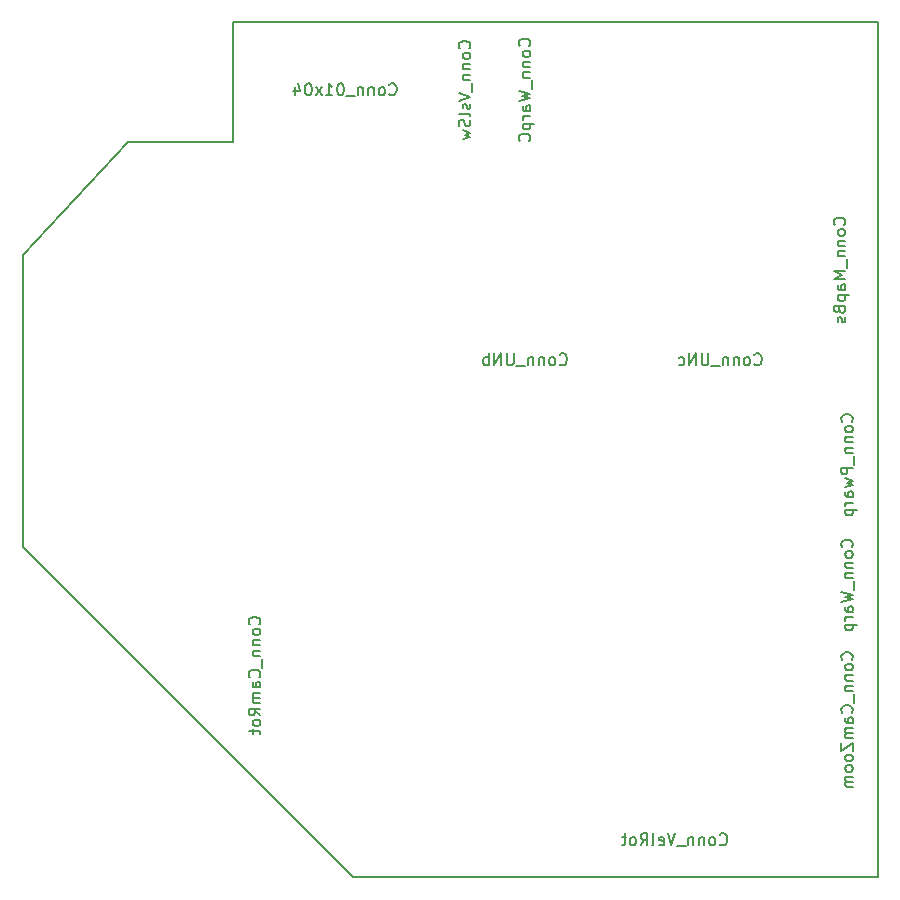
<source format=gbr>
G04 #@! TF.GenerationSoftware,KiCad,Pcbnew,(5.0.1)-4*
G04 #@! TF.CreationDate,2019-02-10T23:31:26-08:00*
G04 #@! TF.ProjectId,ThrottleControl,5468726F74746C65436F6E74726F6C2E,rev?*
G04 #@! TF.SameCoordinates,Original*
G04 #@! TF.FileFunction,Legend,Bot*
G04 #@! TF.FilePolarity,Positive*
%FSLAX46Y46*%
G04 Gerber Fmt 4.6, Leading zero omitted, Abs format (unit mm)*
G04 Created by KiCad (PCBNEW (5.0.1)-4) date 2/10/2019 11:31:26 PM*
%MOMM*%
%LPD*%
G01*
G04 APERTURE LIST*
%ADD10C,0.200000*%
%ADD11C,0.150000*%
G04 APERTURE END LIST*
D10*
X178435000Y-117475000D02*
X178435000Y-45085000D01*
X133985000Y-117475000D02*
X178435000Y-117475000D01*
X106045000Y-89535000D02*
X133985000Y-117475000D01*
X106045000Y-64770000D02*
X106045000Y-89535000D01*
X114935000Y-55245000D02*
X106045000Y-64770000D01*
X123825000Y-55245000D02*
X114935000Y-55245000D01*
X123825000Y-45085000D02*
X123825000Y-55245000D01*
X178435000Y-45085000D02*
X123825000Y-45085000D01*
G04 #@! TO.C,J2*
D11*
X176252142Y-89495714D02*
X176299761Y-89448095D01*
X176347380Y-89305238D01*
X176347380Y-89210000D01*
X176299761Y-89067142D01*
X176204523Y-88971904D01*
X176109285Y-88924285D01*
X175918809Y-88876666D01*
X175775952Y-88876666D01*
X175585476Y-88924285D01*
X175490238Y-88971904D01*
X175395000Y-89067142D01*
X175347380Y-89210000D01*
X175347380Y-89305238D01*
X175395000Y-89448095D01*
X175442619Y-89495714D01*
X176347380Y-90067142D02*
X176299761Y-89971904D01*
X176252142Y-89924285D01*
X176156904Y-89876666D01*
X175871190Y-89876666D01*
X175775952Y-89924285D01*
X175728333Y-89971904D01*
X175680714Y-90067142D01*
X175680714Y-90210000D01*
X175728333Y-90305238D01*
X175775952Y-90352857D01*
X175871190Y-90400476D01*
X176156904Y-90400476D01*
X176252142Y-90352857D01*
X176299761Y-90305238D01*
X176347380Y-90210000D01*
X176347380Y-90067142D01*
X175680714Y-90829047D02*
X176347380Y-90829047D01*
X175775952Y-90829047D02*
X175728333Y-90876666D01*
X175680714Y-90971904D01*
X175680714Y-91114761D01*
X175728333Y-91210000D01*
X175823571Y-91257619D01*
X176347380Y-91257619D01*
X175680714Y-91733809D02*
X176347380Y-91733809D01*
X175775952Y-91733809D02*
X175728333Y-91781428D01*
X175680714Y-91876666D01*
X175680714Y-92019523D01*
X175728333Y-92114761D01*
X175823571Y-92162380D01*
X176347380Y-92162380D01*
X176442619Y-92400476D02*
X176442619Y-93162380D01*
X175347380Y-93305238D02*
X176347380Y-93543333D01*
X175633095Y-93733809D01*
X176347380Y-93924285D01*
X175347380Y-94162380D01*
X176347380Y-94971904D02*
X175823571Y-94971904D01*
X175728333Y-94924285D01*
X175680714Y-94829047D01*
X175680714Y-94638571D01*
X175728333Y-94543333D01*
X176299761Y-94971904D02*
X176347380Y-94876666D01*
X176347380Y-94638571D01*
X176299761Y-94543333D01*
X176204523Y-94495714D01*
X176109285Y-94495714D01*
X176014047Y-94543333D01*
X175966428Y-94638571D01*
X175966428Y-94876666D01*
X175918809Y-94971904D01*
X176347380Y-95448095D02*
X175680714Y-95448095D01*
X175871190Y-95448095D02*
X175775952Y-95495714D01*
X175728333Y-95543333D01*
X175680714Y-95638571D01*
X175680714Y-95733809D01*
X175680714Y-96067142D02*
X176680714Y-96067142D01*
X175728333Y-96067142D02*
X175680714Y-96162380D01*
X175680714Y-96352857D01*
X175728333Y-96448095D01*
X175775952Y-96495714D01*
X175871190Y-96543333D01*
X176156904Y-96543333D01*
X176252142Y-96495714D01*
X176299761Y-96448095D01*
X176347380Y-96352857D01*
X176347380Y-96162380D01*
X176299761Y-96067142D01*
G04 #@! TO.C,J3*
X176252142Y-78883333D02*
X176299761Y-78835714D01*
X176347380Y-78692857D01*
X176347380Y-78597619D01*
X176299761Y-78454761D01*
X176204523Y-78359523D01*
X176109285Y-78311904D01*
X175918809Y-78264285D01*
X175775952Y-78264285D01*
X175585476Y-78311904D01*
X175490238Y-78359523D01*
X175395000Y-78454761D01*
X175347380Y-78597619D01*
X175347380Y-78692857D01*
X175395000Y-78835714D01*
X175442619Y-78883333D01*
X176347380Y-79454761D02*
X176299761Y-79359523D01*
X176252142Y-79311904D01*
X176156904Y-79264285D01*
X175871190Y-79264285D01*
X175775952Y-79311904D01*
X175728333Y-79359523D01*
X175680714Y-79454761D01*
X175680714Y-79597619D01*
X175728333Y-79692857D01*
X175775952Y-79740476D01*
X175871190Y-79788095D01*
X176156904Y-79788095D01*
X176252142Y-79740476D01*
X176299761Y-79692857D01*
X176347380Y-79597619D01*
X176347380Y-79454761D01*
X175680714Y-80216666D02*
X176347380Y-80216666D01*
X175775952Y-80216666D02*
X175728333Y-80264285D01*
X175680714Y-80359523D01*
X175680714Y-80502380D01*
X175728333Y-80597619D01*
X175823571Y-80645238D01*
X176347380Y-80645238D01*
X175680714Y-81121428D02*
X176347380Y-81121428D01*
X175775952Y-81121428D02*
X175728333Y-81169047D01*
X175680714Y-81264285D01*
X175680714Y-81407142D01*
X175728333Y-81502380D01*
X175823571Y-81550000D01*
X176347380Y-81550000D01*
X176442619Y-81788095D02*
X176442619Y-82550000D01*
X176347380Y-82788095D02*
X175347380Y-82788095D01*
X175347380Y-83169047D01*
X175395000Y-83264285D01*
X175442619Y-83311904D01*
X175537857Y-83359523D01*
X175680714Y-83359523D01*
X175775952Y-83311904D01*
X175823571Y-83264285D01*
X175871190Y-83169047D01*
X175871190Y-82788095D01*
X175680714Y-83692857D02*
X176347380Y-83883333D01*
X175871190Y-84073809D01*
X176347380Y-84264285D01*
X175680714Y-84454761D01*
X176347380Y-85264285D02*
X175823571Y-85264285D01*
X175728333Y-85216666D01*
X175680714Y-85121428D01*
X175680714Y-84930952D01*
X175728333Y-84835714D01*
X176299761Y-85264285D02*
X176347380Y-85169047D01*
X176347380Y-84930952D01*
X176299761Y-84835714D01*
X176204523Y-84788095D01*
X176109285Y-84788095D01*
X176014047Y-84835714D01*
X175966428Y-84930952D01*
X175966428Y-85169047D01*
X175918809Y-85264285D01*
X176347380Y-85740476D02*
X175680714Y-85740476D01*
X175871190Y-85740476D02*
X175775952Y-85788095D01*
X175728333Y-85835714D01*
X175680714Y-85930952D01*
X175680714Y-86026190D01*
X175680714Y-86359523D02*
X176680714Y-86359523D01*
X175728333Y-86359523D02*
X175680714Y-86454761D01*
X175680714Y-86645238D01*
X175728333Y-86740476D01*
X175775952Y-86788095D01*
X175871190Y-86835714D01*
X176156904Y-86835714D01*
X176252142Y-86788095D01*
X176299761Y-86740476D01*
X176347380Y-86645238D01*
X176347380Y-86454761D01*
X176299761Y-86359523D01*
G04 #@! TO.C,J4*
X176252142Y-99044761D02*
X176299761Y-98997142D01*
X176347380Y-98854285D01*
X176347380Y-98759047D01*
X176299761Y-98616190D01*
X176204523Y-98520952D01*
X176109285Y-98473333D01*
X175918809Y-98425714D01*
X175775952Y-98425714D01*
X175585476Y-98473333D01*
X175490238Y-98520952D01*
X175395000Y-98616190D01*
X175347380Y-98759047D01*
X175347380Y-98854285D01*
X175395000Y-98997142D01*
X175442619Y-99044761D01*
X176347380Y-99616190D02*
X176299761Y-99520952D01*
X176252142Y-99473333D01*
X176156904Y-99425714D01*
X175871190Y-99425714D01*
X175775952Y-99473333D01*
X175728333Y-99520952D01*
X175680714Y-99616190D01*
X175680714Y-99759047D01*
X175728333Y-99854285D01*
X175775952Y-99901904D01*
X175871190Y-99949523D01*
X176156904Y-99949523D01*
X176252142Y-99901904D01*
X176299761Y-99854285D01*
X176347380Y-99759047D01*
X176347380Y-99616190D01*
X175680714Y-100378095D02*
X176347380Y-100378095D01*
X175775952Y-100378095D02*
X175728333Y-100425714D01*
X175680714Y-100520952D01*
X175680714Y-100663809D01*
X175728333Y-100759047D01*
X175823571Y-100806666D01*
X176347380Y-100806666D01*
X175680714Y-101282857D02*
X176347380Y-101282857D01*
X175775952Y-101282857D02*
X175728333Y-101330476D01*
X175680714Y-101425714D01*
X175680714Y-101568571D01*
X175728333Y-101663809D01*
X175823571Y-101711428D01*
X176347380Y-101711428D01*
X176442619Y-101949523D02*
X176442619Y-102711428D01*
X176252142Y-103520952D02*
X176299761Y-103473333D01*
X176347380Y-103330476D01*
X176347380Y-103235238D01*
X176299761Y-103092380D01*
X176204523Y-102997142D01*
X176109285Y-102949523D01*
X175918809Y-102901904D01*
X175775952Y-102901904D01*
X175585476Y-102949523D01*
X175490238Y-102997142D01*
X175395000Y-103092380D01*
X175347380Y-103235238D01*
X175347380Y-103330476D01*
X175395000Y-103473333D01*
X175442619Y-103520952D01*
X176347380Y-104378095D02*
X175823571Y-104378095D01*
X175728333Y-104330476D01*
X175680714Y-104235238D01*
X175680714Y-104044761D01*
X175728333Y-103949523D01*
X176299761Y-104378095D02*
X176347380Y-104282857D01*
X176347380Y-104044761D01*
X176299761Y-103949523D01*
X176204523Y-103901904D01*
X176109285Y-103901904D01*
X176014047Y-103949523D01*
X175966428Y-104044761D01*
X175966428Y-104282857D01*
X175918809Y-104378095D01*
X176347380Y-104854285D02*
X175680714Y-104854285D01*
X175775952Y-104854285D02*
X175728333Y-104901904D01*
X175680714Y-104997142D01*
X175680714Y-105140000D01*
X175728333Y-105235238D01*
X175823571Y-105282857D01*
X176347380Y-105282857D01*
X175823571Y-105282857D02*
X175728333Y-105330476D01*
X175680714Y-105425714D01*
X175680714Y-105568571D01*
X175728333Y-105663809D01*
X175823571Y-105711428D01*
X176347380Y-105711428D01*
X175347380Y-106092380D02*
X175347380Y-106759047D01*
X176347380Y-106092380D01*
X176347380Y-106759047D01*
X176347380Y-107282857D02*
X176299761Y-107187619D01*
X176252142Y-107140000D01*
X176156904Y-107092380D01*
X175871190Y-107092380D01*
X175775952Y-107140000D01*
X175728333Y-107187619D01*
X175680714Y-107282857D01*
X175680714Y-107425714D01*
X175728333Y-107520952D01*
X175775952Y-107568571D01*
X175871190Y-107616190D01*
X176156904Y-107616190D01*
X176252142Y-107568571D01*
X176299761Y-107520952D01*
X176347380Y-107425714D01*
X176347380Y-107282857D01*
X176347380Y-108187619D02*
X176299761Y-108092380D01*
X176252142Y-108044761D01*
X176156904Y-107997142D01*
X175871190Y-107997142D01*
X175775952Y-108044761D01*
X175728333Y-108092380D01*
X175680714Y-108187619D01*
X175680714Y-108330476D01*
X175728333Y-108425714D01*
X175775952Y-108473333D01*
X175871190Y-108520952D01*
X176156904Y-108520952D01*
X176252142Y-108473333D01*
X176299761Y-108425714D01*
X176347380Y-108330476D01*
X176347380Y-108187619D01*
X176347380Y-108949523D02*
X175680714Y-108949523D01*
X175775952Y-108949523D02*
X175728333Y-108997142D01*
X175680714Y-109092380D01*
X175680714Y-109235238D01*
X175728333Y-109330476D01*
X175823571Y-109378095D01*
X176347380Y-109378095D01*
X175823571Y-109378095D02*
X175728333Y-109425714D01*
X175680714Y-109520952D01*
X175680714Y-109663809D01*
X175728333Y-109759047D01*
X175823571Y-109806666D01*
X176347380Y-109806666D01*
G04 #@! TO.C,J5*
X165075714Y-114657142D02*
X165123333Y-114704761D01*
X165266190Y-114752380D01*
X165361428Y-114752380D01*
X165504285Y-114704761D01*
X165599523Y-114609523D01*
X165647142Y-114514285D01*
X165694761Y-114323809D01*
X165694761Y-114180952D01*
X165647142Y-113990476D01*
X165599523Y-113895238D01*
X165504285Y-113800000D01*
X165361428Y-113752380D01*
X165266190Y-113752380D01*
X165123333Y-113800000D01*
X165075714Y-113847619D01*
X164504285Y-114752380D02*
X164599523Y-114704761D01*
X164647142Y-114657142D01*
X164694761Y-114561904D01*
X164694761Y-114276190D01*
X164647142Y-114180952D01*
X164599523Y-114133333D01*
X164504285Y-114085714D01*
X164361428Y-114085714D01*
X164266190Y-114133333D01*
X164218571Y-114180952D01*
X164170952Y-114276190D01*
X164170952Y-114561904D01*
X164218571Y-114657142D01*
X164266190Y-114704761D01*
X164361428Y-114752380D01*
X164504285Y-114752380D01*
X163742380Y-114085714D02*
X163742380Y-114752380D01*
X163742380Y-114180952D02*
X163694761Y-114133333D01*
X163599523Y-114085714D01*
X163456666Y-114085714D01*
X163361428Y-114133333D01*
X163313809Y-114228571D01*
X163313809Y-114752380D01*
X162837619Y-114085714D02*
X162837619Y-114752380D01*
X162837619Y-114180952D02*
X162790000Y-114133333D01*
X162694761Y-114085714D01*
X162551904Y-114085714D01*
X162456666Y-114133333D01*
X162409047Y-114228571D01*
X162409047Y-114752380D01*
X162170952Y-114847619D02*
X161409047Y-114847619D01*
X161313809Y-113752380D02*
X160980476Y-114752380D01*
X160647142Y-113752380D01*
X159932857Y-114704761D02*
X160028095Y-114752380D01*
X160218571Y-114752380D01*
X160313809Y-114704761D01*
X160361428Y-114609523D01*
X160361428Y-114228571D01*
X160313809Y-114133333D01*
X160218571Y-114085714D01*
X160028095Y-114085714D01*
X159932857Y-114133333D01*
X159885238Y-114228571D01*
X159885238Y-114323809D01*
X160361428Y-114419047D01*
X159313809Y-114752380D02*
X159409047Y-114704761D01*
X159456666Y-114609523D01*
X159456666Y-113752380D01*
X158361428Y-114752380D02*
X158694761Y-114276190D01*
X158932857Y-114752380D02*
X158932857Y-113752380D01*
X158551904Y-113752380D01*
X158456666Y-113800000D01*
X158409047Y-113847619D01*
X158361428Y-113942857D01*
X158361428Y-114085714D01*
X158409047Y-114180952D01*
X158456666Y-114228571D01*
X158551904Y-114276190D01*
X158932857Y-114276190D01*
X157790000Y-114752380D02*
X157885238Y-114704761D01*
X157932857Y-114657142D01*
X157980476Y-114561904D01*
X157980476Y-114276190D01*
X157932857Y-114180952D01*
X157885238Y-114133333D01*
X157790000Y-114085714D01*
X157647142Y-114085714D01*
X157551904Y-114133333D01*
X157504285Y-114180952D01*
X157456666Y-114276190D01*
X157456666Y-114561904D01*
X157504285Y-114657142D01*
X157551904Y-114704761D01*
X157647142Y-114752380D01*
X157790000Y-114752380D01*
X157170952Y-114085714D02*
X156790000Y-114085714D01*
X157028095Y-113752380D02*
X157028095Y-114609523D01*
X156980476Y-114704761D01*
X156885238Y-114752380D01*
X156790000Y-114752380D01*
G04 #@! TO.C,J6*
X126087142Y-96044285D02*
X126134761Y-95996666D01*
X126182380Y-95853809D01*
X126182380Y-95758571D01*
X126134761Y-95615714D01*
X126039523Y-95520476D01*
X125944285Y-95472857D01*
X125753809Y-95425238D01*
X125610952Y-95425238D01*
X125420476Y-95472857D01*
X125325238Y-95520476D01*
X125230000Y-95615714D01*
X125182380Y-95758571D01*
X125182380Y-95853809D01*
X125230000Y-95996666D01*
X125277619Y-96044285D01*
X126182380Y-96615714D02*
X126134761Y-96520476D01*
X126087142Y-96472857D01*
X125991904Y-96425238D01*
X125706190Y-96425238D01*
X125610952Y-96472857D01*
X125563333Y-96520476D01*
X125515714Y-96615714D01*
X125515714Y-96758571D01*
X125563333Y-96853809D01*
X125610952Y-96901428D01*
X125706190Y-96949047D01*
X125991904Y-96949047D01*
X126087142Y-96901428D01*
X126134761Y-96853809D01*
X126182380Y-96758571D01*
X126182380Y-96615714D01*
X125515714Y-97377619D02*
X126182380Y-97377619D01*
X125610952Y-97377619D02*
X125563333Y-97425238D01*
X125515714Y-97520476D01*
X125515714Y-97663333D01*
X125563333Y-97758571D01*
X125658571Y-97806190D01*
X126182380Y-97806190D01*
X125515714Y-98282380D02*
X126182380Y-98282380D01*
X125610952Y-98282380D02*
X125563333Y-98330000D01*
X125515714Y-98425238D01*
X125515714Y-98568095D01*
X125563333Y-98663333D01*
X125658571Y-98710952D01*
X126182380Y-98710952D01*
X126277619Y-98949047D02*
X126277619Y-99710952D01*
X126087142Y-100520476D02*
X126134761Y-100472857D01*
X126182380Y-100330000D01*
X126182380Y-100234761D01*
X126134761Y-100091904D01*
X126039523Y-99996666D01*
X125944285Y-99949047D01*
X125753809Y-99901428D01*
X125610952Y-99901428D01*
X125420476Y-99949047D01*
X125325238Y-99996666D01*
X125230000Y-100091904D01*
X125182380Y-100234761D01*
X125182380Y-100330000D01*
X125230000Y-100472857D01*
X125277619Y-100520476D01*
X126182380Y-101377619D02*
X125658571Y-101377619D01*
X125563333Y-101330000D01*
X125515714Y-101234761D01*
X125515714Y-101044285D01*
X125563333Y-100949047D01*
X126134761Y-101377619D02*
X126182380Y-101282380D01*
X126182380Y-101044285D01*
X126134761Y-100949047D01*
X126039523Y-100901428D01*
X125944285Y-100901428D01*
X125849047Y-100949047D01*
X125801428Y-101044285D01*
X125801428Y-101282380D01*
X125753809Y-101377619D01*
X126182380Y-101853809D02*
X125515714Y-101853809D01*
X125610952Y-101853809D02*
X125563333Y-101901428D01*
X125515714Y-101996666D01*
X125515714Y-102139523D01*
X125563333Y-102234761D01*
X125658571Y-102282380D01*
X126182380Y-102282380D01*
X125658571Y-102282380D02*
X125563333Y-102330000D01*
X125515714Y-102425238D01*
X125515714Y-102568095D01*
X125563333Y-102663333D01*
X125658571Y-102710952D01*
X126182380Y-102710952D01*
X126182380Y-103758571D02*
X125706190Y-103425238D01*
X126182380Y-103187142D02*
X125182380Y-103187142D01*
X125182380Y-103568095D01*
X125230000Y-103663333D01*
X125277619Y-103710952D01*
X125372857Y-103758571D01*
X125515714Y-103758571D01*
X125610952Y-103710952D01*
X125658571Y-103663333D01*
X125706190Y-103568095D01*
X125706190Y-103187142D01*
X126182380Y-104330000D02*
X126134761Y-104234761D01*
X126087142Y-104187142D01*
X125991904Y-104139523D01*
X125706190Y-104139523D01*
X125610952Y-104187142D01*
X125563333Y-104234761D01*
X125515714Y-104330000D01*
X125515714Y-104472857D01*
X125563333Y-104568095D01*
X125610952Y-104615714D01*
X125706190Y-104663333D01*
X125991904Y-104663333D01*
X126087142Y-104615714D01*
X126134761Y-104568095D01*
X126182380Y-104472857D01*
X126182380Y-104330000D01*
X125515714Y-104949047D02*
X125515714Y-105330000D01*
X125182380Y-105091904D02*
X126039523Y-105091904D01*
X126134761Y-105139523D01*
X126182380Y-105234761D01*
X126182380Y-105330000D01*
G04 #@! TO.C,J8*
X151518571Y-74017142D02*
X151566190Y-74064761D01*
X151709047Y-74112380D01*
X151804285Y-74112380D01*
X151947142Y-74064761D01*
X152042380Y-73969523D01*
X152090000Y-73874285D01*
X152137619Y-73683809D01*
X152137619Y-73540952D01*
X152090000Y-73350476D01*
X152042380Y-73255238D01*
X151947142Y-73160000D01*
X151804285Y-73112380D01*
X151709047Y-73112380D01*
X151566190Y-73160000D01*
X151518571Y-73207619D01*
X150947142Y-74112380D02*
X151042380Y-74064761D01*
X151090000Y-74017142D01*
X151137619Y-73921904D01*
X151137619Y-73636190D01*
X151090000Y-73540952D01*
X151042380Y-73493333D01*
X150947142Y-73445714D01*
X150804285Y-73445714D01*
X150709047Y-73493333D01*
X150661428Y-73540952D01*
X150613809Y-73636190D01*
X150613809Y-73921904D01*
X150661428Y-74017142D01*
X150709047Y-74064761D01*
X150804285Y-74112380D01*
X150947142Y-74112380D01*
X150185238Y-73445714D02*
X150185238Y-74112380D01*
X150185238Y-73540952D02*
X150137619Y-73493333D01*
X150042380Y-73445714D01*
X149899523Y-73445714D01*
X149804285Y-73493333D01*
X149756666Y-73588571D01*
X149756666Y-74112380D01*
X149280476Y-73445714D02*
X149280476Y-74112380D01*
X149280476Y-73540952D02*
X149232857Y-73493333D01*
X149137619Y-73445714D01*
X148994761Y-73445714D01*
X148899523Y-73493333D01*
X148851904Y-73588571D01*
X148851904Y-74112380D01*
X148613809Y-74207619D02*
X147851904Y-74207619D01*
X147613809Y-73112380D02*
X147613809Y-73921904D01*
X147566190Y-74017142D01*
X147518571Y-74064761D01*
X147423333Y-74112380D01*
X147232857Y-74112380D01*
X147137619Y-74064761D01*
X147090000Y-74017142D01*
X147042380Y-73921904D01*
X147042380Y-73112380D01*
X146566190Y-74112380D02*
X146566190Y-73112380D01*
X145994761Y-74112380D01*
X145994761Y-73112380D01*
X145518571Y-74112380D02*
X145518571Y-73112380D01*
X145518571Y-73493333D02*
X145423333Y-73445714D01*
X145232857Y-73445714D01*
X145137619Y-73493333D01*
X145090000Y-73540952D01*
X145042380Y-73636190D01*
X145042380Y-73921904D01*
X145090000Y-74017142D01*
X145137619Y-74064761D01*
X145232857Y-74112380D01*
X145423333Y-74112380D01*
X145518571Y-74064761D01*
G04 #@! TO.C,J9*
X168004761Y-74017142D02*
X168052380Y-74064761D01*
X168195238Y-74112380D01*
X168290476Y-74112380D01*
X168433333Y-74064761D01*
X168528571Y-73969523D01*
X168576190Y-73874285D01*
X168623809Y-73683809D01*
X168623809Y-73540952D01*
X168576190Y-73350476D01*
X168528571Y-73255238D01*
X168433333Y-73160000D01*
X168290476Y-73112380D01*
X168195238Y-73112380D01*
X168052380Y-73160000D01*
X168004761Y-73207619D01*
X167433333Y-74112380D02*
X167528571Y-74064761D01*
X167576190Y-74017142D01*
X167623809Y-73921904D01*
X167623809Y-73636190D01*
X167576190Y-73540952D01*
X167528571Y-73493333D01*
X167433333Y-73445714D01*
X167290476Y-73445714D01*
X167195238Y-73493333D01*
X167147619Y-73540952D01*
X167100000Y-73636190D01*
X167100000Y-73921904D01*
X167147619Y-74017142D01*
X167195238Y-74064761D01*
X167290476Y-74112380D01*
X167433333Y-74112380D01*
X166671428Y-73445714D02*
X166671428Y-74112380D01*
X166671428Y-73540952D02*
X166623809Y-73493333D01*
X166528571Y-73445714D01*
X166385714Y-73445714D01*
X166290476Y-73493333D01*
X166242857Y-73588571D01*
X166242857Y-74112380D01*
X165766666Y-73445714D02*
X165766666Y-74112380D01*
X165766666Y-73540952D02*
X165719047Y-73493333D01*
X165623809Y-73445714D01*
X165480952Y-73445714D01*
X165385714Y-73493333D01*
X165338095Y-73588571D01*
X165338095Y-74112380D01*
X165100000Y-74207619D02*
X164338095Y-74207619D01*
X164100000Y-73112380D02*
X164100000Y-73921904D01*
X164052380Y-74017142D01*
X164004761Y-74064761D01*
X163909523Y-74112380D01*
X163719047Y-74112380D01*
X163623809Y-74064761D01*
X163576190Y-74017142D01*
X163528571Y-73921904D01*
X163528571Y-73112380D01*
X163052380Y-74112380D02*
X163052380Y-73112380D01*
X162480952Y-74112380D01*
X162480952Y-73112380D01*
X161576190Y-74064761D02*
X161671428Y-74112380D01*
X161861904Y-74112380D01*
X161957142Y-74064761D01*
X162004761Y-74017142D01*
X162052380Y-73921904D01*
X162052380Y-73636190D01*
X162004761Y-73540952D01*
X161957142Y-73493333D01*
X161861904Y-73445714D01*
X161671428Y-73445714D01*
X161576190Y-73493333D01*
G04 #@! TO.C,J10*
X175617142Y-62230476D02*
X175664761Y-62182857D01*
X175712380Y-62040000D01*
X175712380Y-61944761D01*
X175664761Y-61801904D01*
X175569523Y-61706666D01*
X175474285Y-61659047D01*
X175283809Y-61611428D01*
X175140952Y-61611428D01*
X174950476Y-61659047D01*
X174855238Y-61706666D01*
X174760000Y-61801904D01*
X174712380Y-61944761D01*
X174712380Y-62040000D01*
X174760000Y-62182857D01*
X174807619Y-62230476D01*
X175712380Y-62801904D02*
X175664761Y-62706666D01*
X175617142Y-62659047D01*
X175521904Y-62611428D01*
X175236190Y-62611428D01*
X175140952Y-62659047D01*
X175093333Y-62706666D01*
X175045714Y-62801904D01*
X175045714Y-62944761D01*
X175093333Y-63040000D01*
X175140952Y-63087619D01*
X175236190Y-63135238D01*
X175521904Y-63135238D01*
X175617142Y-63087619D01*
X175664761Y-63040000D01*
X175712380Y-62944761D01*
X175712380Y-62801904D01*
X175045714Y-63563809D02*
X175712380Y-63563809D01*
X175140952Y-63563809D02*
X175093333Y-63611428D01*
X175045714Y-63706666D01*
X175045714Y-63849523D01*
X175093333Y-63944761D01*
X175188571Y-63992380D01*
X175712380Y-63992380D01*
X175045714Y-64468571D02*
X175712380Y-64468571D01*
X175140952Y-64468571D02*
X175093333Y-64516190D01*
X175045714Y-64611428D01*
X175045714Y-64754285D01*
X175093333Y-64849523D01*
X175188571Y-64897142D01*
X175712380Y-64897142D01*
X175807619Y-65135238D02*
X175807619Y-65897142D01*
X175712380Y-66135238D02*
X174712380Y-66135238D01*
X175426666Y-66468571D01*
X174712380Y-66801904D01*
X175712380Y-66801904D01*
X175712380Y-67706666D02*
X175188571Y-67706666D01*
X175093333Y-67659047D01*
X175045714Y-67563809D01*
X175045714Y-67373333D01*
X175093333Y-67278095D01*
X175664761Y-67706666D02*
X175712380Y-67611428D01*
X175712380Y-67373333D01*
X175664761Y-67278095D01*
X175569523Y-67230476D01*
X175474285Y-67230476D01*
X175379047Y-67278095D01*
X175331428Y-67373333D01*
X175331428Y-67611428D01*
X175283809Y-67706666D01*
X175045714Y-68182857D02*
X176045714Y-68182857D01*
X175093333Y-68182857D02*
X175045714Y-68278095D01*
X175045714Y-68468571D01*
X175093333Y-68563809D01*
X175140952Y-68611428D01*
X175236190Y-68659047D01*
X175521904Y-68659047D01*
X175617142Y-68611428D01*
X175664761Y-68563809D01*
X175712380Y-68468571D01*
X175712380Y-68278095D01*
X175664761Y-68182857D01*
X175188571Y-69420952D02*
X175236190Y-69563809D01*
X175283809Y-69611428D01*
X175379047Y-69659047D01*
X175521904Y-69659047D01*
X175617142Y-69611428D01*
X175664761Y-69563809D01*
X175712380Y-69468571D01*
X175712380Y-69087619D01*
X174712380Y-69087619D01*
X174712380Y-69420952D01*
X174760000Y-69516190D01*
X174807619Y-69563809D01*
X174902857Y-69611428D01*
X174998095Y-69611428D01*
X175093333Y-69563809D01*
X175140952Y-69516190D01*
X175188571Y-69420952D01*
X175188571Y-69087619D01*
X175664761Y-70040000D02*
X175712380Y-70135238D01*
X175712380Y-70325714D01*
X175664761Y-70420952D01*
X175569523Y-70468571D01*
X175521904Y-70468571D01*
X175426666Y-70420952D01*
X175379047Y-70325714D01*
X175379047Y-70182857D01*
X175331428Y-70087619D01*
X175236190Y-70040000D01*
X175188571Y-70040000D01*
X175093333Y-70087619D01*
X175045714Y-70182857D01*
X175045714Y-70325714D01*
X175093333Y-70420952D01*
G04 #@! TO.C,J11*
X143867142Y-47276190D02*
X143914761Y-47228571D01*
X143962380Y-47085714D01*
X143962380Y-46990476D01*
X143914761Y-46847619D01*
X143819523Y-46752380D01*
X143724285Y-46704761D01*
X143533809Y-46657142D01*
X143390952Y-46657142D01*
X143200476Y-46704761D01*
X143105238Y-46752380D01*
X143010000Y-46847619D01*
X142962380Y-46990476D01*
X142962380Y-47085714D01*
X143010000Y-47228571D01*
X143057619Y-47276190D01*
X143962380Y-47847619D02*
X143914761Y-47752380D01*
X143867142Y-47704761D01*
X143771904Y-47657142D01*
X143486190Y-47657142D01*
X143390952Y-47704761D01*
X143343333Y-47752380D01*
X143295714Y-47847619D01*
X143295714Y-47990476D01*
X143343333Y-48085714D01*
X143390952Y-48133333D01*
X143486190Y-48180952D01*
X143771904Y-48180952D01*
X143867142Y-48133333D01*
X143914761Y-48085714D01*
X143962380Y-47990476D01*
X143962380Y-47847619D01*
X143295714Y-48609523D02*
X143962380Y-48609523D01*
X143390952Y-48609523D02*
X143343333Y-48657142D01*
X143295714Y-48752380D01*
X143295714Y-48895238D01*
X143343333Y-48990476D01*
X143438571Y-49038095D01*
X143962380Y-49038095D01*
X143295714Y-49514285D02*
X143962380Y-49514285D01*
X143390952Y-49514285D02*
X143343333Y-49561904D01*
X143295714Y-49657142D01*
X143295714Y-49800000D01*
X143343333Y-49895238D01*
X143438571Y-49942857D01*
X143962380Y-49942857D01*
X144057619Y-50180952D02*
X144057619Y-50942857D01*
X142962380Y-51038095D02*
X143962380Y-51371428D01*
X142962380Y-51704761D01*
X143914761Y-51990476D02*
X143962380Y-52085714D01*
X143962380Y-52276190D01*
X143914761Y-52371428D01*
X143819523Y-52419047D01*
X143771904Y-52419047D01*
X143676666Y-52371428D01*
X143629047Y-52276190D01*
X143629047Y-52133333D01*
X143581428Y-52038095D01*
X143486190Y-51990476D01*
X143438571Y-51990476D01*
X143343333Y-52038095D01*
X143295714Y-52133333D01*
X143295714Y-52276190D01*
X143343333Y-52371428D01*
X143962380Y-52990476D02*
X143914761Y-52895238D01*
X143819523Y-52847619D01*
X142962380Y-52847619D01*
X143914761Y-53323809D02*
X143962380Y-53466666D01*
X143962380Y-53704761D01*
X143914761Y-53800000D01*
X143867142Y-53847619D01*
X143771904Y-53895238D01*
X143676666Y-53895238D01*
X143581428Y-53847619D01*
X143533809Y-53800000D01*
X143486190Y-53704761D01*
X143438571Y-53514285D01*
X143390952Y-53419047D01*
X143343333Y-53371428D01*
X143248095Y-53323809D01*
X143152857Y-53323809D01*
X143057619Y-53371428D01*
X143010000Y-53419047D01*
X142962380Y-53514285D01*
X142962380Y-53752380D01*
X143010000Y-53895238D01*
X143295714Y-54228571D02*
X143962380Y-54419047D01*
X143486190Y-54609523D01*
X143962380Y-54800000D01*
X143295714Y-54990476D01*
G04 #@! TO.C,J12*
X148947142Y-47085714D02*
X148994761Y-47038095D01*
X149042380Y-46895238D01*
X149042380Y-46800000D01*
X148994761Y-46657142D01*
X148899523Y-46561904D01*
X148804285Y-46514285D01*
X148613809Y-46466666D01*
X148470952Y-46466666D01*
X148280476Y-46514285D01*
X148185238Y-46561904D01*
X148090000Y-46657142D01*
X148042380Y-46800000D01*
X148042380Y-46895238D01*
X148090000Y-47038095D01*
X148137619Y-47085714D01*
X149042380Y-47657142D02*
X148994761Y-47561904D01*
X148947142Y-47514285D01*
X148851904Y-47466666D01*
X148566190Y-47466666D01*
X148470952Y-47514285D01*
X148423333Y-47561904D01*
X148375714Y-47657142D01*
X148375714Y-47800000D01*
X148423333Y-47895238D01*
X148470952Y-47942857D01*
X148566190Y-47990476D01*
X148851904Y-47990476D01*
X148947142Y-47942857D01*
X148994761Y-47895238D01*
X149042380Y-47800000D01*
X149042380Y-47657142D01*
X148375714Y-48419047D02*
X149042380Y-48419047D01*
X148470952Y-48419047D02*
X148423333Y-48466666D01*
X148375714Y-48561904D01*
X148375714Y-48704761D01*
X148423333Y-48800000D01*
X148518571Y-48847619D01*
X149042380Y-48847619D01*
X148375714Y-49323809D02*
X149042380Y-49323809D01*
X148470952Y-49323809D02*
X148423333Y-49371428D01*
X148375714Y-49466666D01*
X148375714Y-49609523D01*
X148423333Y-49704761D01*
X148518571Y-49752380D01*
X149042380Y-49752380D01*
X149137619Y-49990476D02*
X149137619Y-50752380D01*
X148042380Y-50895238D02*
X149042380Y-51133333D01*
X148328095Y-51323809D01*
X149042380Y-51514285D01*
X148042380Y-51752380D01*
X149042380Y-52561904D02*
X148518571Y-52561904D01*
X148423333Y-52514285D01*
X148375714Y-52419047D01*
X148375714Y-52228571D01*
X148423333Y-52133333D01*
X148994761Y-52561904D02*
X149042380Y-52466666D01*
X149042380Y-52228571D01*
X148994761Y-52133333D01*
X148899523Y-52085714D01*
X148804285Y-52085714D01*
X148709047Y-52133333D01*
X148661428Y-52228571D01*
X148661428Y-52466666D01*
X148613809Y-52561904D01*
X149042380Y-53038095D02*
X148375714Y-53038095D01*
X148566190Y-53038095D02*
X148470952Y-53085714D01*
X148423333Y-53133333D01*
X148375714Y-53228571D01*
X148375714Y-53323809D01*
X148375714Y-53657142D02*
X149375714Y-53657142D01*
X148423333Y-53657142D02*
X148375714Y-53752380D01*
X148375714Y-53942857D01*
X148423333Y-54038095D01*
X148470952Y-54085714D01*
X148566190Y-54133333D01*
X148851904Y-54133333D01*
X148947142Y-54085714D01*
X148994761Y-54038095D01*
X149042380Y-53942857D01*
X149042380Y-53752380D01*
X148994761Y-53657142D01*
X148947142Y-55133333D02*
X148994761Y-55085714D01*
X149042380Y-54942857D01*
X149042380Y-54847619D01*
X148994761Y-54704761D01*
X148899523Y-54609523D01*
X148804285Y-54561904D01*
X148613809Y-54514285D01*
X148470952Y-54514285D01*
X148280476Y-54561904D01*
X148185238Y-54609523D01*
X148090000Y-54704761D01*
X148042380Y-54847619D01*
X148042380Y-54942857D01*
X148090000Y-55085714D01*
X148137619Y-55133333D01*
G04 #@! TO.C,J1*
X137088095Y-51157142D02*
X137135714Y-51204761D01*
X137278571Y-51252380D01*
X137373809Y-51252380D01*
X137516666Y-51204761D01*
X137611904Y-51109523D01*
X137659523Y-51014285D01*
X137707142Y-50823809D01*
X137707142Y-50680952D01*
X137659523Y-50490476D01*
X137611904Y-50395238D01*
X137516666Y-50300000D01*
X137373809Y-50252380D01*
X137278571Y-50252380D01*
X137135714Y-50300000D01*
X137088095Y-50347619D01*
X136516666Y-51252380D02*
X136611904Y-51204761D01*
X136659523Y-51157142D01*
X136707142Y-51061904D01*
X136707142Y-50776190D01*
X136659523Y-50680952D01*
X136611904Y-50633333D01*
X136516666Y-50585714D01*
X136373809Y-50585714D01*
X136278571Y-50633333D01*
X136230952Y-50680952D01*
X136183333Y-50776190D01*
X136183333Y-51061904D01*
X136230952Y-51157142D01*
X136278571Y-51204761D01*
X136373809Y-51252380D01*
X136516666Y-51252380D01*
X135754761Y-50585714D02*
X135754761Y-51252380D01*
X135754761Y-50680952D02*
X135707142Y-50633333D01*
X135611904Y-50585714D01*
X135469047Y-50585714D01*
X135373809Y-50633333D01*
X135326190Y-50728571D01*
X135326190Y-51252380D01*
X134850000Y-50585714D02*
X134850000Y-51252380D01*
X134850000Y-50680952D02*
X134802380Y-50633333D01*
X134707142Y-50585714D01*
X134564285Y-50585714D01*
X134469047Y-50633333D01*
X134421428Y-50728571D01*
X134421428Y-51252380D01*
X134183333Y-51347619D02*
X133421428Y-51347619D01*
X132992857Y-50252380D02*
X132897619Y-50252380D01*
X132802380Y-50300000D01*
X132754761Y-50347619D01*
X132707142Y-50442857D01*
X132659523Y-50633333D01*
X132659523Y-50871428D01*
X132707142Y-51061904D01*
X132754761Y-51157142D01*
X132802380Y-51204761D01*
X132897619Y-51252380D01*
X132992857Y-51252380D01*
X133088095Y-51204761D01*
X133135714Y-51157142D01*
X133183333Y-51061904D01*
X133230952Y-50871428D01*
X133230952Y-50633333D01*
X133183333Y-50442857D01*
X133135714Y-50347619D01*
X133088095Y-50300000D01*
X132992857Y-50252380D01*
X131707142Y-51252380D02*
X132278571Y-51252380D01*
X131992857Y-51252380D02*
X131992857Y-50252380D01*
X132088095Y-50395238D01*
X132183333Y-50490476D01*
X132278571Y-50538095D01*
X131373809Y-51252380D02*
X130850000Y-50585714D01*
X131373809Y-50585714D02*
X130850000Y-51252380D01*
X130278571Y-50252380D02*
X130183333Y-50252380D01*
X130088095Y-50300000D01*
X130040476Y-50347619D01*
X129992857Y-50442857D01*
X129945238Y-50633333D01*
X129945238Y-50871428D01*
X129992857Y-51061904D01*
X130040476Y-51157142D01*
X130088095Y-51204761D01*
X130183333Y-51252380D01*
X130278571Y-51252380D01*
X130373809Y-51204761D01*
X130421428Y-51157142D01*
X130469047Y-51061904D01*
X130516666Y-50871428D01*
X130516666Y-50633333D01*
X130469047Y-50442857D01*
X130421428Y-50347619D01*
X130373809Y-50300000D01*
X130278571Y-50252380D01*
X129088095Y-50585714D02*
X129088095Y-51252380D01*
X129326190Y-50204761D02*
X129564285Y-50919047D01*
X128945238Y-50919047D01*
G04 #@! TD*
M02*

</source>
